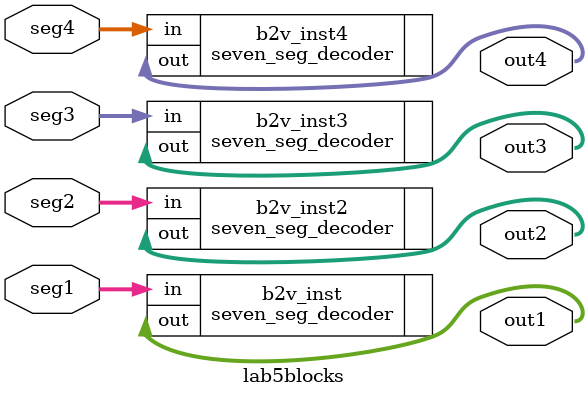
<source format=v>


module lab5blocks(
	seg1,
	seg2,
	seg3,
	seg4,
	out1,
	out2,
	out3,
	out4
);


input wire	[3:0] seg1;
input wire	[3:0] seg2;
input wire	[3:0] seg3;
input wire	[3:0] seg4;
output wire	[6:0] out1;
output wire	[6:0] out2;
output wire	[6:0] out3;
output wire	[6:0] out4;






seven_seg_decoder	b2v_inst(
	.in(seg1),
	.out(out1));


seven_seg_decoder	b2v_inst2(
	.in(seg2),
	.out(out2));


seven_seg_decoder	b2v_inst3(
	.in(seg3),
	.out(out3));


seven_seg_decoder	b2v_inst4(
	.in(seg4),
	.out(out4));


endmodule

</source>
